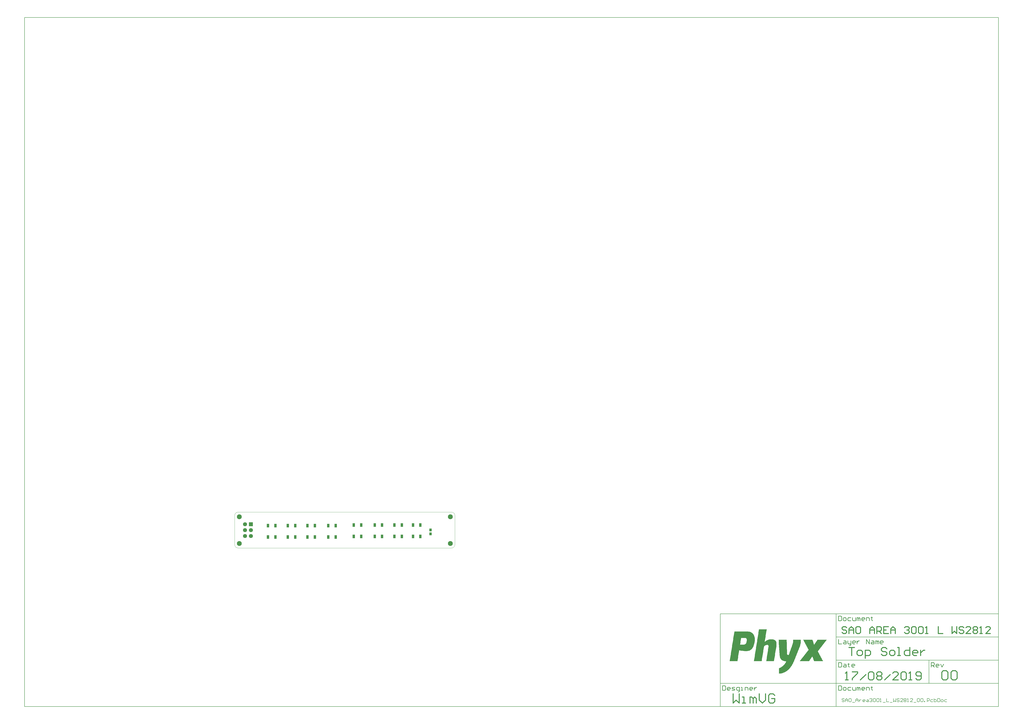
<source format=gts>
G04*
G04 #@! TF.GenerationSoftware,Altium Limited,Altium Designer,18.1.7 (191)*
G04*
G04 Layer_Color=8388736*
%FSLAX25Y25*%
%MOIN*%
G70*
G01*
G75*
%ADD10C,0.01575*%
%ADD12C,0.00787*%
%ADD15C,0.00394*%
%ADD16C,0.00984*%
%ADD19R,0.04331X0.04724*%
%ADD20R,0.04331X0.06299*%
%ADD21C,0.08268*%
%ADD22C,0.06890*%
%ADD23R,0.06890X0.06890*%
G36*
X1005337Y-155808D02*
X1005050D01*
Y-156094D01*
X1004764D01*
Y-156380D01*
Y-156667D01*
X1004478D01*
Y-156953D01*
X1004192D01*
Y-157239D01*
X1003905D01*
Y-157526D01*
Y-157812D01*
X1003619D01*
Y-158098D01*
X1003333D01*
Y-158385D01*
X1003046D01*
Y-158671D01*
X1002760D01*
Y-158957D01*
Y-159244D01*
X1002474D01*
Y-159530D01*
X1002187D01*
Y-159816D01*
X1001901D01*
Y-160102D01*
Y-160389D01*
X1001615D01*
Y-160675D01*
X1001328D01*
Y-160961D01*
X1001042D01*
Y-161248D01*
X1000756D01*
Y-161534D01*
Y-161820D01*
X1000469D01*
Y-162107D01*
X1000183D01*
Y-162393D01*
X999897D01*
Y-162679D01*
Y-162966D01*
X999611D01*
Y-163252D01*
X999324D01*
Y-163538D01*
X999038D01*
Y-163824D01*
Y-164111D01*
X998752D01*
Y-164397D01*
X998465D01*
Y-164683D01*
X998179D01*
Y-164970D01*
X997893D01*
Y-165256D01*
Y-165542D01*
X997606D01*
Y-165829D01*
X997320D01*
Y-166115D01*
X997034D01*
Y-166401D01*
Y-166688D01*
X996747D01*
Y-166974D01*
X996461D01*
Y-167260D01*
X996175D01*
Y-167547D01*
Y-167833D01*
X995889D01*
Y-168119D01*
X995602D01*
Y-168405D01*
X995316D01*
Y-168692D01*
X995030D01*
Y-168978D01*
Y-169264D01*
X994743D01*
Y-169551D01*
X994457D01*
Y-169837D01*
X994171D01*
Y-170123D01*
Y-170410D01*
X993884D01*
Y-170696D01*
X993598D01*
Y-170982D01*
X993312D01*
Y-171269D01*
Y-171555D01*
X993025D01*
Y-171841D01*
X992739D01*
Y-172127D01*
X992453D01*
Y-172414D01*
X992166D01*
Y-172700D01*
Y-172986D01*
X991880D01*
Y-173273D01*
X991594D01*
Y-173559D01*
X991308D01*
Y-173845D01*
Y-174132D01*
X991021D01*
Y-174418D01*
X990735D01*
Y-174704D01*
X990449D01*
Y-174991D01*
X990162D01*
Y-175277D01*
Y-175563D01*
X990449D01*
Y-175850D01*
Y-176136D01*
X990735D01*
Y-176422D01*
Y-176709D01*
X991021D01*
Y-176995D01*
X991308D01*
Y-177281D01*
Y-177568D01*
X991594D01*
Y-177854D01*
Y-178140D01*
X991880D01*
Y-178426D01*
Y-178713D01*
X992166D01*
Y-178999D01*
Y-179285D01*
X992453D01*
Y-179572D01*
Y-179858D01*
X992739D01*
Y-180144D01*
Y-180431D01*
X993025D01*
Y-180717D01*
Y-181003D01*
X993312D01*
Y-181290D01*
Y-181576D01*
X993598D01*
Y-181862D01*
X993884D01*
Y-182149D01*
Y-182435D01*
X994171D01*
Y-182721D01*
Y-183007D01*
X994457D01*
Y-183294D01*
Y-183580D01*
X994743D01*
Y-183866D01*
Y-184153D01*
X995030D01*
Y-184439D01*
Y-184725D01*
X995316D01*
Y-185012D01*
Y-185298D01*
X995602D01*
Y-185584D01*
Y-185871D01*
X995889D01*
Y-186157D01*
X996175D01*
Y-186443D01*
Y-186730D01*
X996461D01*
Y-187016D01*
Y-187302D01*
X996747D01*
Y-187588D01*
Y-187875D01*
X997034D01*
Y-188161D01*
Y-188447D01*
X997320D01*
Y-188734D01*
Y-189020D01*
X997606D01*
Y-189306D01*
Y-189593D01*
X997893D01*
Y-189879D01*
Y-190165D01*
X998179D01*
Y-190452D01*
X998465D01*
Y-190738D01*
Y-191024D01*
X998752D01*
Y-191311D01*
Y-191597D01*
X999038D01*
Y-191883D01*
X983863D01*
Y-191597D01*
X983577D01*
Y-191311D01*
Y-191024D01*
Y-190738D01*
X983291D01*
Y-190452D01*
Y-190165D01*
Y-189879D01*
X983004D01*
Y-189593D01*
Y-189306D01*
X982718D01*
Y-189020D01*
Y-188734D01*
Y-188447D01*
X982432D01*
Y-188161D01*
Y-187875D01*
Y-187588D01*
X982146D01*
Y-187302D01*
Y-187016D01*
X981859D01*
Y-186730D01*
Y-186443D01*
Y-186157D01*
X981573D01*
Y-185871D01*
Y-185584D01*
Y-185298D01*
X981287D01*
Y-185012D01*
Y-184725D01*
Y-184439D01*
X981000D01*
Y-184153D01*
X980428D01*
Y-184439D01*
Y-184725D01*
X980141D01*
Y-185012D01*
X979855D01*
Y-185298D01*
Y-185584D01*
X979569D01*
Y-185871D01*
X979282D01*
Y-186157D01*
Y-186443D01*
X978996D01*
Y-186730D01*
X978710D01*
Y-187016D01*
Y-187302D01*
X978423D01*
Y-187588D01*
X978137D01*
Y-187875D01*
X977851D01*
Y-188161D01*
Y-188447D01*
X977565D01*
Y-188734D01*
X977278D01*
Y-189020D01*
Y-189306D01*
X976992D01*
Y-189593D01*
X976705D01*
Y-189879D01*
Y-190165D01*
X976419D01*
Y-190452D01*
X976133D01*
Y-190738D01*
Y-191024D01*
X975847D01*
Y-191311D01*
X975560D01*
Y-191597D01*
Y-191883D01*
X959527D01*
Y-191597D01*
X959813D01*
Y-191311D01*
X960099D01*
Y-191024D01*
X960386D01*
Y-190738D01*
X960672D01*
Y-190452D01*
Y-190165D01*
X960958D01*
Y-189879D01*
X961245D01*
Y-189593D01*
X961531D01*
Y-189306D01*
X961817D01*
Y-189020D01*
Y-188734D01*
X962104D01*
Y-188447D01*
X962390D01*
Y-188161D01*
X962676D01*
Y-187875D01*
Y-187588D01*
X962963D01*
Y-187302D01*
X963249D01*
Y-187016D01*
X963535D01*
Y-186730D01*
X963822D01*
Y-186443D01*
Y-186157D01*
X964108D01*
Y-185871D01*
X964394D01*
Y-185584D01*
X964680D01*
Y-185298D01*
X964967D01*
Y-185012D01*
Y-184725D01*
X965253D01*
Y-184439D01*
X965539D01*
Y-184153D01*
X965826D01*
Y-183866D01*
Y-183580D01*
X966112D01*
Y-183294D01*
X966398D01*
Y-183007D01*
X966685D01*
Y-182721D01*
X966971D01*
Y-182435D01*
Y-182149D01*
X967257D01*
Y-181862D01*
X967544D01*
Y-181576D01*
X967830D01*
Y-181290D01*
Y-181003D01*
X968116D01*
Y-180717D01*
X968402D01*
Y-180431D01*
X968689D01*
Y-180144D01*
X968975D01*
Y-179858D01*
Y-179572D01*
X969261D01*
Y-179285D01*
X969548D01*
Y-178999D01*
X969834D01*
Y-178713D01*
Y-178426D01*
X970120D01*
Y-178140D01*
X970407D01*
Y-177854D01*
X970693D01*
Y-177568D01*
X970979D01*
Y-177281D01*
Y-176995D01*
X971266D01*
Y-176709D01*
X971552D01*
Y-176422D01*
X971838D01*
Y-176136D01*
X972124D01*
Y-175850D01*
Y-175563D01*
X972411D01*
Y-175277D01*
X972697D01*
Y-174991D01*
X972983D01*
Y-174704D01*
Y-174418D01*
X973270D01*
Y-174132D01*
X973556D01*
Y-173845D01*
X973842D01*
Y-173559D01*
X974129D01*
Y-173273D01*
Y-172986D01*
X974415D01*
Y-172700D01*
Y-172414D01*
Y-172127D01*
X974129D01*
Y-171841D01*
X973842D01*
Y-171555D01*
Y-171269D01*
X973556D01*
Y-170982D01*
Y-170696D01*
X973270D01*
Y-170410D01*
Y-170123D01*
X972983D01*
Y-169837D01*
Y-169551D01*
X972697D01*
Y-169264D01*
Y-168978D01*
X972411D01*
Y-168692D01*
Y-168405D01*
X972124D01*
Y-168119D01*
X971838D01*
Y-167833D01*
Y-167547D01*
X971552D01*
Y-167260D01*
Y-166974D01*
X971266D01*
Y-166688D01*
Y-166401D01*
X970979D01*
Y-166115D01*
Y-165829D01*
X970693D01*
Y-165542D01*
Y-165256D01*
X970407D01*
Y-164970D01*
Y-164683D01*
X970120D01*
Y-164397D01*
X969834D01*
Y-164111D01*
Y-163824D01*
X969548D01*
Y-163538D01*
Y-163252D01*
X969261D01*
Y-162966D01*
Y-162679D01*
X968975D01*
Y-162393D01*
Y-162107D01*
X968689D01*
Y-161820D01*
Y-161534D01*
X968402D01*
Y-161248D01*
Y-160961D01*
X968116D01*
Y-160675D01*
Y-160389D01*
X967830D01*
Y-160102D01*
X967544D01*
Y-159816D01*
Y-159530D01*
X967257D01*
Y-159244D01*
Y-158957D01*
X966971D01*
Y-158671D01*
Y-158385D01*
X966685D01*
Y-158098D01*
Y-157812D01*
X966398D01*
Y-157526D01*
Y-157239D01*
X966112D01*
Y-156953D01*
Y-156667D01*
X965826D01*
Y-156380D01*
X965539D01*
Y-156094D01*
Y-155808D01*
X965253D01*
Y-155521D01*
X981000D01*
Y-155808D01*
X981287D01*
Y-156094D01*
Y-156380D01*
Y-156667D01*
X981573D01*
Y-156953D01*
Y-157239D01*
Y-157526D01*
X981859D01*
Y-157812D01*
Y-158098D01*
Y-158385D01*
X982146D01*
Y-158671D01*
Y-158957D01*
Y-159244D01*
X982432D01*
Y-159530D01*
Y-159816D01*
Y-160102D01*
X982718D01*
Y-160389D01*
Y-160675D01*
Y-160961D01*
X983004D01*
Y-161248D01*
Y-161534D01*
Y-161820D01*
X983291D01*
Y-162107D01*
Y-162393D01*
Y-162679D01*
X983577D01*
Y-162966D01*
Y-163252D01*
Y-163538D01*
Y-163824D01*
X984150D01*
Y-163538D01*
X984436D01*
Y-163252D01*
X984722D01*
Y-162966D01*
Y-162679D01*
X985009D01*
Y-162393D01*
X985295D01*
Y-162107D01*
Y-161820D01*
X985581D01*
Y-161534D01*
X985868D01*
Y-161248D01*
Y-160961D01*
X986154D01*
Y-160675D01*
X986440D01*
Y-160389D01*
Y-160102D01*
X986726D01*
Y-159816D01*
X987013D01*
Y-159530D01*
Y-159244D01*
X987299D01*
Y-158957D01*
X987585D01*
Y-158671D01*
Y-158385D01*
X987872D01*
Y-158098D01*
X988158D01*
Y-157812D01*
Y-157526D01*
X988444D01*
Y-157239D01*
X988731D01*
Y-156953D01*
Y-156667D01*
X989017D01*
Y-156380D01*
X989303D01*
Y-156094D01*
Y-155808D01*
X989590D01*
Y-155521D01*
X1005337D01*
Y-155808D01*
D02*
G37*
G36*
X872201Y-141778D02*
X873919D01*
Y-142065D01*
X874778D01*
Y-142351D01*
X875637D01*
Y-142637D01*
X876496D01*
Y-142924D01*
X877069D01*
Y-143210D01*
X877355D01*
Y-143496D01*
X877928D01*
Y-143783D01*
X878214D01*
Y-144069D01*
X878786D01*
Y-144355D01*
X879073D01*
Y-144641D01*
X879359D01*
Y-144928D01*
X879646D01*
Y-145214D01*
X879932D01*
Y-145501D01*
X880218D01*
Y-145787D01*
X880504D01*
Y-146073D01*
Y-146359D01*
X880791D01*
Y-146646D01*
X881077D01*
Y-146932D01*
Y-147218D01*
X881363D01*
Y-147505D01*
X881650D01*
Y-147791D01*
Y-148077D01*
X881936D01*
Y-148364D01*
Y-148650D01*
Y-148936D01*
X882222D01*
Y-149223D01*
Y-149509D01*
Y-149795D01*
X882509D01*
Y-150082D01*
Y-150368D01*
Y-150654D01*
Y-150940D01*
X882795D01*
Y-151227D01*
Y-151513D01*
Y-151799D01*
Y-152086D01*
Y-152372D01*
X883081D01*
Y-152658D01*
Y-152945D01*
Y-153231D01*
Y-153517D01*
Y-153804D01*
Y-154090D01*
Y-154376D01*
Y-154663D01*
Y-154949D01*
Y-155235D01*
Y-155521D01*
Y-155808D01*
Y-156094D01*
Y-156380D01*
Y-156667D01*
Y-156953D01*
Y-157239D01*
Y-157526D01*
Y-157812D01*
Y-158098D01*
X882795D01*
Y-158385D01*
Y-158671D01*
Y-158957D01*
Y-159244D01*
Y-159530D01*
Y-159816D01*
Y-160102D01*
X882509D01*
Y-160389D01*
Y-160675D01*
Y-160961D01*
Y-161248D01*
Y-161534D01*
X882222D01*
Y-161820D01*
Y-162107D01*
Y-162393D01*
Y-162679D01*
Y-162966D01*
X881936D01*
Y-163252D01*
Y-163538D01*
Y-163824D01*
X881650D01*
Y-164111D01*
Y-164397D01*
Y-164683D01*
Y-164970D01*
X881363D01*
Y-165256D01*
Y-165542D01*
Y-165829D01*
X881077D01*
Y-166115D01*
Y-166401D01*
X880791D01*
Y-166688D01*
Y-166974D01*
Y-167260D01*
X880504D01*
Y-167547D01*
Y-167833D01*
X880218D01*
Y-168119D01*
Y-168405D01*
X879932D01*
Y-168692D01*
Y-168978D01*
X879646D01*
Y-169264D01*
X879359D01*
Y-169551D01*
Y-169837D01*
X879073D01*
Y-170123D01*
X878786D01*
Y-170410D01*
X878500D01*
Y-170696D01*
Y-170982D01*
X878214D01*
Y-171269D01*
X877928D01*
Y-171555D01*
X877641D01*
Y-171841D01*
X877355D01*
Y-172127D01*
X877069D01*
Y-172414D01*
X876496D01*
Y-172700D01*
X876210D01*
Y-172986D01*
X875637D01*
Y-173273D01*
X875351D01*
Y-173559D01*
X874778D01*
Y-173845D01*
X873919D01*
Y-174132D01*
X873060D01*
Y-174418D01*
X872201D01*
Y-174704D01*
X870483D01*
Y-174991D01*
X865330D01*
Y-174704D01*
X862753D01*
Y-174418D01*
X860749D01*
Y-174132D01*
X859317D01*
Y-173845D01*
X857886D01*
Y-173559D01*
X856454D01*
Y-173845D01*
Y-174132D01*
Y-174418D01*
Y-174704D01*
Y-174991D01*
Y-175277D01*
Y-175563D01*
X856168D01*
Y-175850D01*
Y-176136D01*
Y-176422D01*
Y-176709D01*
Y-176995D01*
Y-177281D01*
X855882D01*
Y-177568D01*
Y-177854D01*
Y-178140D01*
Y-178426D01*
Y-178713D01*
Y-178999D01*
X855595D01*
Y-179285D01*
Y-179572D01*
Y-179858D01*
Y-180144D01*
Y-180431D01*
Y-180717D01*
Y-181003D01*
X855309D01*
Y-181290D01*
Y-181576D01*
Y-181862D01*
Y-182149D01*
Y-182435D01*
Y-182721D01*
X855023D01*
Y-183007D01*
Y-183294D01*
Y-183580D01*
Y-183866D01*
Y-184153D01*
Y-184439D01*
X854736D01*
Y-184725D01*
Y-185012D01*
Y-185298D01*
Y-185584D01*
Y-185871D01*
Y-186157D01*
Y-186443D01*
X854450D01*
Y-186730D01*
Y-187016D01*
Y-187302D01*
Y-187588D01*
Y-187875D01*
Y-188161D01*
X854164D01*
Y-188447D01*
Y-188734D01*
Y-189020D01*
Y-189306D01*
Y-189593D01*
Y-189879D01*
X853877D01*
Y-190165D01*
Y-190452D01*
Y-190738D01*
Y-191024D01*
Y-191311D01*
Y-191597D01*
Y-191883D01*
X840421D01*
Y-191597D01*
X840707D01*
Y-191311D01*
Y-191024D01*
Y-190738D01*
Y-190452D01*
Y-190165D01*
X840993D01*
Y-189879D01*
Y-189593D01*
Y-189306D01*
Y-189020D01*
Y-188734D01*
Y-188447D01*
Y-188161D01*
X841280D01*
Y-187875D01*
Y-187588D01*
Y-187302D01*
Y-187016D01*
Y-186730D01*
Y-186443D01*
X841566D01*
Y-186157D01*
Y-185871D01*
Y-185584D01*
Y-185298D01*
Y-185012D01*
Y-184725D01*
X841852D01*
Y-184439D01*
Y-184153D01*
Y-183866D01*
Y-183580D01*
Y-183294D01*
Y-183007D01*
Y-182721D01*
X842138D01*
Y-182435D01*
Y-182149D01*
Y-181862D01*
Y-181576D01*
Y-181290D01*
Y-181003D01*
X842425D01*
Y-180717D01*
Y-180431D01*
Y-180144D01*
Y-179858D01*
Y-179572D01*
Y-179285D01*
X842711D01*
Y-178999D01*
Y-178713D01*
Y-178426D01*
Y-178140D01*
Y-177854D01*
Y-177568D01*
X842997D01*
Y-177281D01*
Y-176995D01*
Y-176709D01*
Y-176422D01*
Y-176136D01*
Y-175850D01*
Y-175563D01*
X843284D01*
Y-175277D01*
Y-174991D01*
Y-174704D01*
Y-174418D01*
Y-174132D01*
Y-173845D01*
X843570D01*
Y-173559D01*
Y-173273D01*
Y-172986D01*
Y-172700D01*
Y-172414D01*
Y-172127D01*
X843856D01*
Y-171841D01*
Y-171555D01*
Y-171269D01*
Y-170982D01*
Y-170696D01*
Y-170410D01*
X844143D01*
Y-170123D01*
Y-169837D01*
Y-169551D01*
Y-169264D01*
Y-168978D01*
Y-168692D01*
Y-168405D01*
X844429D01*
Y-168119D01*
Y-167833D01*
Y-167547D01*
Y-167260D01*
Y-166974D01*
Y-166688D01*
X844715D01*
Y-166401D01*
Y-166115D01*
Y-165829D01*
Y-165542D01*
Y-165256D01*
Y-164970D01*
X845002D01*
Y-164683D01*
Y-164397D01*
Y-164111D01*
Y-163824D01*
Y-163538D01*
Y-163252D01*
Y-162966D01*
X845288D01*
Y-162679D01*
Y-162393D01*
Y-162107D01*
Y-161820D01*
Y-161534D01*
Y-161248D01*
X845574D01*
Y-160961D01*
Y-160675D01*
Y-160389D01*
Y-160102D01*
Y-159816D01*
Y-159530D01*
X845861D01*
Y-159244D01*
Y-158957D01*
Y-158671D01*
Y-158385D01*
Y-158098D01*
Y-157812D01*
X846147D01*
Y-157526D01*
Y-157239D01*
Y-156953D01*
Y-156667D01*
Y-156380D01*
Y-156094D01*
Y-155808D01*
X846433D01*
Y-155521D01*
Y-155235D01*
Y-154949D01*
Y-154663D01*
Y-154376D01*
Y-154090D01*
X846719D01*
Y-153804D01*
Y-153517D01*
Y-153231D01*
Y-152945D01*
Y-152658D01*
Y-152372D01*
X847006D01*
Y-152086D01*
Y-151799D01*
Y-151513D01*
Y-151227D01*
Y-150940D01*
Y-150654D01*
Y-150368D01*
X847292D01*
Y-150082D01*
Y-149795D01*
Y-149509D01*
Y-149223D01*
Y-148936D01*
Y-148650D01*
X847578D01*
Y-148364D01*
Y-148077D01*
Y-147791D01*
Y-147505D01*
Y-147218D01*
Y-146932D01*
X847865D01*
Y-146646D01*
Y-146359D01*
Y-146073D01*
Y-145787D01*
Y-145501D01*
Y-145214D01*
Y-144928D01*
X848151D01*
Y-144641D01*
Y-144355D01*
Y-144069D01*
Y-143783D01*
Y-143496D01*
Y-143210D01*
X848437D01*
Y-142924D01*
Y-142637D01*
Y-142351D01*
Y-142065D01*
Y-141778D01*
Y-141492D01*
X872201D01*
Y-141778D01*
D02*
G37*
G36*
X961245Y-155808D02*
Y-156094D01*
Y-156380D01*
Y-156667D01*
Y-156953D01*
Y-157239D01*
Y-157526D01*
Y-157812D01*
Y-158098D01*
Y-158385D01*
Y-158671D01*
Y-158957D01*
Y-159244D01*
Y-159530D01*
Y-159816D01*
Y-160102D01*
Y-160389D01*
Y-160675D01*
Y-160961D01*
Y-161248D01*
Y-161534D01*
X960958D01*
Y-161820D01*
Y-162107D01*
Y-162393D01*
Y-162679D01*
Y-162966D01*
X960672D01*
Y-163252D01*
Y-163538D01*
Y-163824D01*
Y-164111D01*
X960386D01*
Y-164397D01*
Y-164683D01*
Y-164970D01*
Y-165256D01*
X960099D01*
Y-165542D01*
Y-165829D01*
Y-166115D01*
X959813D01*
Y-166401D01*
Y-166688D01*
Y-166974D01*
X959527D01*
Y-167260D01*
Y-167547D01*
Y-167833D01*
X959241D01*
Y-168119D01*
Y-168405D01*
Y-168692D01*
X958954D01*
Y-168978D01*
Y-169264D01*
X958668D01*
Y-169551D01*
Y-169837D01*
X958381D01*
Y-170123D01*
Y-170410D01*
Y-170696D01*
X958095D01*
Y-170982D01*
Y-171269D01*
X957809D01*
Y-171555D01*
Y-171841D01*
Y-172127D01*
X957523D01*
Y-172414D01*
Y-172700D01*
X957236D01*
Y-172986D01*
Y-173273D01*
Y-173559D01*
X956950D01*
Y-173845D01*
Y-174132D01*
X956664D01*
Y-174418D01*
Y-174704D01*
Y-174991D01*
X956377D01*
Y-175277D01*
Y-175563D01*
X956091D01*
Y-175850D01*
Y-176136D01*
Y-176422D01*
X955805D01*
Y-176709D01*
Y-176995D01*
X955518D01*
Y-177281D01*
Y-177568D01*
Y-177854D01*
X955232D01*
Y-178140D01*
Y-178426D01*
X954946D01*
Y-178713D01*
Y-178999D01*
Y-179285D01*
X954659D01*
Y-179572D01*
Y-179858D01*
X954373D01*
Y-180144D01*
Y-180431D01*
Y-180717D01*
X954087D01*
Y-181003D01*
Y-181290D01*
X953800D01*
Y-181576D01*
Y-181862D01*
Y-182149D01*
X953514D01*
Y-182435D01*
Y-182721D01*
X953228D01*
Y-183007D01*
Y-183294D01*
Y-183580D01*
X952942D01*
Y-183866D01*
Y-184153D01*
X952655D01*
Y-184439D01*
Y-184725D01*
Y-185012D01*
X952369D01*
Y-185298D01*
Y-185584D01*
X952083D01*
Y-185871D01*
Y-186157D01*
Y-186443D01*
X951796D01*
Y-186730D01*
Y-187016D01*
X951510D01*
Y-187302D01*
Y-187588D01*
Y-187875D01*
X951224D01*
Y-188161D01*
Y-188447D01*
X950937D01*
Y-188734D01*
Y-189020D01*
Y-189306D01*
X950651D01*
Y-189593D01*
Y-189879D01*
X950365D01*
Y-190165D01*
Y-190452D01*
Y-190738D01*
X950078D01*
Y-191024D01*
Y-191311D01*
X949792D01*
Y-191597D01*
Y-191883D01*
Y-192169D01*
X949506D01*
Y-192456D01*
Y-192742D01*
X949220D01*
Y-193028D01*
Y-193315D01*
X948933D01*
Y-193601D01*
Y-193887D01*
X948647D01*
Y-194174D01*
Y-194460D01*
Y-194746D01*
X948361D01*
Y-195033D01*
X948074D01*
Y-195319D01*
Y-195605D01*
Y-195891D01*
X947788D01*
Y-196178D01*
X947502D01*
Y-196464D01*
Y-196750D01*
X947215D01*
Y-197037D01*
Y-197323D01*
X946929D01*
Y-197609D01*
Y-197896D01*
X946643D01*
Y-198182D01*
Y-198468D01*
X946356D01*
Y-198755D01*
X946070D01*
Y-199041D01*
Y-199327D01*
X945784D01*
Y-199614D01*
Y-199900D01*
X945497D01*
Y-200186D01*
X945211D01*
Y-200472D01*
X944925D01*
Y-200759D01*
Y-201045D01*
X944639D01*
Y-201331D01*
X944352D01*
Y-201618D01*
Y-201904D01*
X944066D01*
Y-202190D01*
X943780D01*
Y-202477D01*
X943493D01*
Y-202763D01*
Y-203049D01*
X943207D01*
Y-203336D01*
X942921D01*
Y-203622D01*
X942634D01*
Y-203908D01*
X942348D01*
Y-204195D01*
X942062D01*
Y-204481D01*
Y-204767D01*
X941775D01*
Y-205053D01*
X941489D01*
Y-205340D01*
X941203D01*
Y-205626D01*
X940916D01*
Y-205912D01*
X940630D01*
Y-206199D01*
X940344D01*
Y-206485D01*
X940057D01*
Y-206771D01*
X939485D01*
Y-207058D01*
X939199D01*
Y-207344D01*
X938912D01*
Y-207630D01*
X938626D01*
Y-207917D01*
X938340D01*
Y-208203D01*
X937767D01*
Y-208489D01*
X937481D01*
Y-208776D01*
X936908D01*
Y-209062D01*
X936622D01*
Y-209348D01*
X936049D01*
Y-209634D01*
X935763D01*
Y-209921D01*
X935190D01*
Y-210207D01*
X934618D01*
Y-210493D01*
X934045D01*
Y-210780D01*
X933472D01*
Y-211066D01*
X932900D01*
Y-211352D01*
X932041D01*
Y-211639D01*
X931468D01*
Y-211925D01*
X930609D01*
Y-212211D01*
X929464D01*
Y-212498D01*
X928319D01*
Y-212784D01*
X926601D01*
Y-213070D01*
X924597D01*
Y-213357D01*
X924310D01*
Y-213070D01*
Y-212784D01*
Y-212498D01*
Y-212211D01*
Y-211925D01*
Y-211639D01*
Y-211352D01*
Y-211066D01*
Y-210780D01*
Y-210493D01*
Y-210207D01*
Y-209921D01*
Y-209634D01*
Y-209348D01*
Y-209062D01*
Y-208776D01*
Y-208489D01*
Y-208203D01*
Y-207917D01*
Y-207630D01*
Y-207344D01*
Y-207058D01*
Y-206771D01*
Y-206485D01*
Y-206199D01*
Y-205912D01*
Y-205626D01*
Y-205340D01*
Y-205053D01*
Y-204767D01*
Y-204481D01*
Y-204195D01*
Y-203908D01*
X924883D01*
Y-203622D01*
X925455D01*
Y-203336D01*
X926028D01*
Y-203049D01*
X926601D01*
Y-202763D01*
X927173D01*
Y-202477D01*
X927746D01*
Y-202190D01*
X928032D01*
Y-201904D01*
X928605D01*
Y-201618D01*
X928891D01*
Y-201331D01*
X929464D01*
Y-201045D01*
X929750D01*
Y-200759D01*
X930037D01*
Y-200472D01*
X930609D01*
Y-200186D01*
X930896D01*
Y-199900D01*
X931182D01*
Y-199614D01*
X931468D01*
Y-199327D01*
X931754D01*
Y-199041D01*
X932041D01*
Y-198755D01*
X932327D01*
Y-198468D01*
X932613D01*
Y-198182D01*
X932900D01*
Y-197896D01*
X933186D01*
Y-197609D01*
X933472D01*
Y-197323D01*
X933759D01*
Y-197037D01*
Y-196750D01*
X934045D01*
Y-196464D01*
X934331D01*
Y-196178D01*
X934618D01*
Y-195891D01*
Y-195605D01*
X934904D01*
Y-195319D01*
X935190D01*
Y-195033D01*
Y-194746D01*
X935476D01*
Y-194460D01*
Y-194174D01*
X935763D01*
Y-193887D01*
X936049D01*
Y-193601D01*
Y-193315D01*
X936335D01*
Y-193028D01*
Y-192742D01*
X936622D01*
Y-192456D01*
Y-192169D01*
X934904D01*
Y-191883D01*
X932900D01*
Y-191597D01*
X931754D01*
Y-191311D01*
X931182D01*
Y-191024D01*
X930323D01*
Y-190738D01*
X929750D01*
Y-190452D01*
X929464D01*
Y-190165D01*
X928891D01*
Y-189879D01*
X928605D01*
Y-189593D01*
X928319D01*
Y-189306D01*
X928032D01*
Y-189020D01*
X927746D01*
Y-188734D01*
X927460D01*
Y-188447D01*
Y-188161D01*
X927173D01*
Y-187875D01*
X926887D01*
Y-187588D01*
Y-187302D01*
X926601D01*
Y-187016D01*
Y-186730D01*
X926315D01*
Y-186443D01*
Y-186157D01*
X926028D01*
Y-185871D01*
Y-185584D01*
Y-185298D01*
X925742D01*
Y-185012D01*
Y-184725D01*
Y-184439D01*
Y-184153D01*
X925455D01*
Y-183866D01*
Y-183580D01*
Y-183294D01*
Y-183007D01*
Y-182721D01*
Y-182435D01*
Y-182149D01*
X925169D01*
Y-181862D01*
Y-181576D01*
Y-181290D01*
Y-181003D01*
Y-180717D01*
Y-180431D01*
Y-180144D01*
Y-179858D01*
Y-179572D01*
Y-179285D01*
Y-178999D01*
Y-178713D01*
Y-178426D01*
Y-178140D01*
Y-177854D01*
X924883D01*
Y-177568D01*
Y-177281D01*
Y-176995D01*
Y-176709D01*
Y-176422D01*
Y-176136D01*
Y-175850D01*
Y-175563D01*
Y-175277D01*
Y-174991D01*
Y-174704D01*
Y-174418D01*
Y-174132D01*
Y-173845D01*
Y-173559D01*
X924597D01*
Y-173273D01*
Y-172986D01*
Y-172700D01*
Y-172414D01*
Y-172127D01*
Y-171841D01*
Y-171555D01*
Y-171269D01*
Y-170982D01*
Y-170696D01*
Y-170410D01*
Y-170123D01*
Y-169837D01*
Y-169551D01*
Y-169264D01*
Y-168978D01*
X924310D01*
Y-168692D01*
Y-168405D01*
Y-168119D01*
Y-167833D01*
Y-167547D01*
Y-167260D01*
Y-166974D01*
Y-166688D01*
Y-166401D01*
Y-166115D01*
Y-165829D01*
Y-165542D01*
Y-165256D01*
Y-164970D01*
Y-164683D01*
Y-164397D01*
X924024D01*
Y-164111D01*
Y-163824D01*
Y-163538D01*
Y-163252D01*
Y-162966D01*
Y-162679D01*
Y-162393D01*
Y-162107D01*
Y-161820D01*
Y-161534D01*
Y-161248D01*
Y-160961D01*
Y-160675D01*
Y-160389D01*
X923738D01*
Y-160102D01*
Y-159816D01*
Y-159530D01*
Y-159244D01*
Y-158957D01*
Y-158671D01*
Y-158385D01*
Y-158098D01*
Y-157812D01*
Y-157526D01*
Y-157239D01*
Y-156953D01*
Y-156667D01*
Y-156380D01*
Y-156094D01*
Y-155808D01*
X923451D01*
Y-155521D01*
X937194D01*
Y-155808D01*
Y-156094D01*
Y-156380D01*
Y-156667D01*
Y-156953D01*
Y-157239D01*
Y-157526D01*
Y-157812D01*
Y-158098D01*
Y-158385D01*
Y-158671D01*
Y-158957D01*
Y-159244D01*
Y-159530D01*
X937481D01*
Y-159816D01*
Y-160102D01*
Y-160389D01*
Y-160675D01*
Y-160961D01*
Y-161248D01*
Y-161534D01*
Y-161820D01*
Y-162107D01*
Y-162393D01*
Y-162679D01*
Y-162966D01*
Y-163252D01*
Y-163538D01*
Y-163824D01*
Y-164111D01*
Y-164397D01*
Y-164683D01*
Y-164970D01*
Y-165256D01*
Y-165542D01*
Y-165829D01*
Y-166115D01*
Y-166401D01*
Y-166688D01*
Y-166974D01*
Y-167260D01*
Y-167547D01*
Y-167833D01*
Y-168119D01*
Y-168405D01*
Y-168692D01*
Y-168978D01*
Y-169264D01*
Y-169551D01*
Y-169837D01*
Y-170123D01*
Y-170410D01*
Y-170696D01*
Y-170982D01*
Y-171269D01*
X937767D01*
Y-171555D01*
X937481D01*
Y-171841D01*
Y-172127D01*
X937767D01*
Y-172414D01*
Y-172700D01*
Y-172986D01*
Y-173273D01*
Y-173559D01*
Y-173845D01*
Y-174132D01*
Y-174418D01*
Y-174704D01*
Y-174991D01*
Y-175277D01*
Y-175563D01*
Y-175850D01*
Y-176136D01*
Y-176422D01*
Y-176709D01*
Y-176995D01*
Y-177281D01*
Y-177568D01*
Y-177854D01*
Y-178140D01*
Y-178426D01*
Y-178713D01*
Y-178999D01*
Y-179285D01*
Y-179572D01*
X938053D01*
Y-179858D01*
Y-180144D01*
Y-180431D01*
X938340D01*
Y-180717D01*
X938626D01*
Y-181003D01*
X938912D01*
Y-181290D01*
X939771D01*
Y-181576D01*
X940630D01*
Y-181290D01*
X940916D01*
Y-181003D01*
Y-180717D01*
Y-180431D01*
X941203D01*
Y-180144D01*
Y-179858D01*
X941489D01*
Y-179572D01*
Y-179285D01*
Y-178999D01*
X941775D01*
Y-178713D01*
Y-178426D01*
Y-178140D01*
X942062D01*
Y-177854D01*
Y-177568D01*
Y-177281D01*
X942348D01*
Y-176995D01*
Y-176709D01*
Y-176422D01*
X942634D01*
Y-176136D01*
Y-175850D01*
X942921D01*
Y-175563D01*
Y-175277D01*
Y-174991D01*
X943207D01*
Y-174704D01*
Y-174418D01*
Y-174132D01*
X943493D01*
Y-173845D01*
Y-173559D01*
Y-173273D01*
X943780D01*
Y-172986D01*
Y-172700D01*
X944066D01*
Y-172414D01*
Y-172127D01*
Y-171841D01*
X944352D01*
Y-171555D01*
Y-171269D01*
Y-170982D01*
X944639D01*
Y-170696D01*
Y-170410D01*
Y-170123D01*
X944925D01*
Y-169837D01*
Y-169551D01*
X945211D01*
Y-169264D01*
Y-168978D01*
Y-168692D01*
X945497D01*
Y-168405D01*
Y-168119D01*
Y-167833D01*
X945784D01*
Y-167547D01*
Y-167260D01*
Y-166974D01*
X946070D01*
Y-166688D01*
Y-166401D01*
X946356D01*
Y-166115D01*
Y-165829D01*
Y-165542D01*
X946643D01*
Y-165256D01*
Y-164970D01*
Y-164683D01*
X946929D01*
Y-164397D01*
Y-164111D01*
Y-163824D01*
X947215D01*
Y-163538D01*
Y-163252D01*
Y-162966D01*
Y-162679D01*
X947502D01*
Y-162393D01*
Y-162107D01*
Y-161820D01*
Y-161534D01*
X947788D01*
Y-161248D01*
Y-160961D01*
Y-160675D01*
Y-160389D01*
Y-160102D01*
X948074D01*
Y-159816D01*
Y-159530D01*
Y-159244D01*
Y-158957D01*
Y-158671D01*
Y-158385D01*
X948361D01*
Y-158098D01*
Y-157812D01*
Y-157526D01*
Y-157239D01*
Y-156953D01*
Y-156667D01*
Y-156380D01*
Y-156094D01*
Y-155808D01*
Y-155521D01*
X961245D01*
Y-155808D01*
D02*
G37*
G36*
X903409Y-138343D02*
Y-138629D01*
X903123D01*
Y-138915D01*
Y-139202D01*
Y-139488D01*
Y-139774D01*
Y-140060D01*
Y-140347D01*
X902837D01*
Y-140633D01*
Y-140919D01*
Y-141206D01*
Y-141492D01*
Y-141778D01*
Y-142065D01*
X902551D01*
Y-142351D01*
Y-142637D01*
Y-142924D01*
Y-143210D01*
Y-143496D01*
Y-143783D01*
Y-144069D01*
X902264D01*
Y-144355D01*
Y-144641D01*
Y-144928D01*
Y-145214D01*
Y-145501D01*
Y-145787D01*
X901978D01*
Y-146073D01*
Y-146359D01*
Y-146646D01*
Y-146932D01*
Y-147218D01*
Y-147505D01*
X901692D01*
Y-147791D01*
Y-148077D01*
Y-148364D01*
Y-148650D01*
Y-148936D01*
Y-149223D01*
Y-149509D01*
X901405D01*
Y-149795D01*
Y-150082D01*
Y-150368D01*
Y-150654D01*
Y-150940D01*
Y-151227D01*
X901119D01*
Y-151513D01*
Y-151799D01*
Y-152086D01*
Y-152372D01*
Y-152658D01*
Y-152945D01*
X900833D01*
Y-153231D01*
Y-153517D01*
Y-153804D01*
Y-154090D01*
Y-154376D01*
Y-154663D01*
X900546D01*
Y-154949D01*
Y-155235D01*
Y-155521D01*
Y-155808D01*
Y-156094D01*
Y-156380D01*
Y-156667D01*
X900260D01*
Y-156953D01*
Y-157239D01*
Y-157526D01*
Y-157812D01*
Y-158098D01*
Y-158385D01*
X899974D01*
Y-158671D01*
Y-158957D01*
X900546D01*
Y-158671D01*
X900833D01*
Y-158385D01*
X901119D01*
Y-158098D01*
X901692D01*
Y-157812D01*
X901978D01*
Y-157526D01*
X902264D01*
Y-157239D01*
X902837D01*
Y-156953D01*
X903409D01*
Y-156667D01*
X903696D01*
Y-156380D01*
X904268D01*
Y-156094D01*
X905127D01*
Y-155808D01*
X905700D01*
Y-155521D01*
X906559D01*
Y-155235D01*
X907990D01*
Y-154949D01*
X914289D01*
Y-155235D01*
X915435D01*
Y-155521D01*
X916294D01*
Y-155808D01*
X916866D01*
Y-156094D01*
X917153D01*
Y-156380D01*
X917725D01*
Y-156667D01*
X918011D01*
Y-156953D01*
X918298D01*
Y-157239D01*
X918584D01*
Y-157526D01*
X918870D01*
Y-157812D01*
Y-158098D01*
X919157D01*
Y-158385D01*
Y-158671D01*
X919443D01*
Y-158957D01*
Y-159244D01*
Y-159530D01*
X919729D01*
Y-159816D01*
Y-160102D01*
Y-160389D01*
Y-160675D01*
X920016D01*
Y-160961D01*
Y-161248D01*
Y-161534D01*
Y-161820D01*
Y-162107D01*
Y-162393D01*
Y-162679D01*
Y-162966D01*
Y-163252D01*
Y-163538D01*
Y-163824D01*
Y-164111D01*
Y-164397D01*
Y-164683D01*
Y-164970D01*
Y-165256D01*
Y-165542D01*
Y-165829D01*
X919729D01*
Y-166115D01*
Y-166401D01*
Y-166688D01*
Y-166974D01*
Y-167260D01*
Y-167547D01*
Y-167833D01*
X919443D01*
Y-168119D01*
Y-168405D01*
Y-168692D01*
Y-168978D01*
Y-169264D01*
Y-169551D01*
Y-169837D01*
X919157D01*
Y-170123D01*
Y-170410D01*
Y-170696D01*
Y-170982D01*
Y-171269D01*
Y-171555D01*
X918870D01*
Y-171841D01*
Y-172127D01*
Y-172414D01*
Y-172700D01*
Y-172986D01*
Y-173273D01*
X918584D01*
Y-173559D01*
Y-173845D01*
Y-174132D01*
Y-174418D01*
Y-174704D01*
Y-174991D01*
X918298D01*
Y-175277D01*
Y-175563D01*
Y-175850D01*
Y-176136D01*
Y-176422D01*
Y-176709D01*
Y-176995D01*
X918011D01*
Y-177281D01*
Y-177568D01*
Y-177854D01*
Y-178140D01*
Y-178426D01*
Y-178713D01*
X917725D01*
Y-178999D01*
Y-179285D01*
Y-179572D01*
Y-179858D01*
Y-180144D01*
Y-180431D01*
X917439D01*
Y-180717D01*
Y-181003D01*
Y-181290D01*
Y-181576D01*
Y-181862D01*
Y-182149D01*
Y-182435D01*
X917153D01*
Y-182721D01*
Y-183007D01*
Y-183294D01*
Y-183580D01*
Y-183866D01*
Y-184153D01*
X916866D01*
Y-184439D01*
Y-184725D01*
Y-185012D01*
Y-185298D01*
Y-185584D01*
Y-185871D01*
X916580D01*
Y-186157D01*
Y-186443D01*
Y-186730D01*
Y-187016D01*
Y-187302D01*
Y-187588D01*
X916294D01*
Y-187875D01*
Y-188161D01*
Y-188447D01*
Y-188734D01*
Y-189020D01*
Y-189306D01*
Y-189593D01*
X916007D01*
Y-189879D01*
Y-190165D01*
Y-190452D01*
Y-190738D01*
Y-191024D01*
Y-191311D01*
X915721D01*
Y-191597D01*
Y-191883D01*
X902551D01*
Y-191597D01*
Y-191311D01*
X902837D01*
Y-191024D01*
Y-190738D01*
Y-190452D01*
Y-190165D01*
Y-189879D01*
Y-189593D01*
X903123D01*
Y-189306D01*
Y-189020D01*
Y-188734D01*
Y-188447D01*
Y-188161D01*
Y-187875D01*
Y-187588D01*
X903409D01*
Y-187302D01*
Y-187016D01*
Y-186730D01*
Y-186443D01*
Y-186157D01*
Y-185871D01*
X903696D01*
Y-185584D01*
Y-185298D01*
Y-185012D01*
Y-184725D01*
Y-184439D01*
Y-184153D01*
X903982D01*
Y-183866D01*
Y-183580D01*
Y-183294D01*
Y-183007D01*
Y-182721D01*
Y-182435D01*
Y-182149D01*
X904268D01*
Y-181862D01*
Y-181576D01*
Y-181290D01*
Y-181003D01*
Y-180717D01*
Y-180431D01*
X904555D01*
Y-180144D01*
Y-179858D01*
Y-179572D01*
Y-179285D01*
Y-178999D01*
Y-178713D01*
Y-178426D01*
X904841D01*
Y-178140D01*
Y-177854D01*
Y-177568D01*
Y-177281D01*
Y-176995D01*
Y-176709D01*
X905127D01*
Y-176422D01*
Y-176136D01*
Y-175850D01*
Y-175563D01*
Y-175277D01*
Y-174991D01*
X905414D01*
Y-174704D01*
Y-174418D01*
Y-174132D01*
Y-173845D01*
Y-173559D01*
Y-173273D01*
X905700D01*
Y-172986D01*
Y-172700D01*
Y-172414D01*
Y-172127D01*
Y-171841D01*
Y-171555D01*
Y-171269D01*
X905986D01*
Y-170982D01*
Y-170696D01*
Y-170410D01*
Y-170123D01*
Y-169837D01*
Y-169551D01*
X906273D01*
Y-169264D01*
Y-168978D01*
Y-168692D01*
Y-168405D01*
Y-168119D01*
Y-167833D01*
Y-167547D01*
X906559D01*
Y-167260D01*
Y-166974D01*
Y-166688D01*
Y-166401D01*
Y-166115D01*
Y-165829D01*
X906273D01*
Y-165542D01*
Y-165256D01*
X905986D01*
Y-164970D01*
X905700D01*
Y-164683D01*
X905127D01*
Y-164397D01*
X903409D01*
Y-164683D01*
X901978D01*
Y-164970D01*
X901119D01*
Y-165256D01*
X900546D01*
Y-165542D01*
X900260D01*
Y-165829D01*
X899687D01*
Y-166115D01*
X899401D01*
Y-166401D01*
X899115D01*
Y-166688D01*
Y-166974D01*
X898828D01*
Y-167260D01*
Y-167547D01*
Y-167833D01*
X898542D01*
Y-168119D01*
Y-168405D01*
Y-168692D01*
Y-168978D01*
Y-169264D01*
Y-169551D01*
X898256D01*
Y-169837D01*
Y-170123D01*
Y-170410D01*
Y-170696D01*
Y-170982D01*
Y-171269D01*
Y-171555D01*
X897970D01*
Y-171841D01*
Y-172127D01*
Y-172414D01*
Y-172700D01*
Y-172986D01*
Y-173273D01*
X897683D01*
Y-173559D01*
Y-173845D01*
Y-174132D01*
Y-174418D01*
Y-174704D01*
Y-174991D01*
X897397D01*
Y-175277D01*
Y-175563D01*
Y-175850D01*
Y-176136D01*
Y-176422D01*
Y-176709D01*
X897111D01*
Y-176995D01*
Y-177281D01*
Y-177568D01*
Y-177854D01*
Y-178140D01*
Y-178426D01*
Y-178713D01*
X896824D01*
Y-178999D01*
Y-179285D01*
Y-179572D01*
Y-179858D01*
Y-180144D01*
Y-180431D01*
X896538D01*
Y-180717D01*
Y-181003D01*
Y-181290D01*
Y-181576D01*
Y-181862D01*
Y-182149D01*
X896252D01*
Y-182435D01*
Y-182721D01*
Y-183007D01*
Y-183294D01*
Y-183580D01*
Y-183866D01*
Y-184153D01*
X895965D01*
Y-184439D01*
Y-184725D01*
Y-185012D01*
Y-185298D01*
Y-185584D01*
Y-185871D01*
X895679D01*
Y-186157D01*
Y-186443D01*
Y-186730D01*
Y-187016D01*
Y-187302D01*
Y-187588D01*
X895393D01*
Y-187875D01*
Y-188161D01*
Y-188447D01*
Y-188734D01*
Y-189020D01*
Y-189306D01*
X895106D01*
Y-189593D01*
Y-189879D01*
Y-190165D01*
Y-190452D01*
Y-190738D01*
Y-191024D01*
Y-191311D01*
X894820D01*
Y-191597D01*
Y-191883D01*
X881650D01*
Y-191597D01*
Y-191311D01*
X881936D01*
Y-191024D01*
Y-190738D01*
Y-190452D01*
Y-190165D01*
Y-189879D01*
Y-189593D01*
Y-189306D01*
X882222D01*
Y-189020D01*
Y-188734D01*
Y-188447D01*
Y-188161D01*
Y-187875D01*
Y-187588D01*
X882509D01*
Y-187302D01*
Y-187016D01*
Y-186730D01*
Y-186443D01*
Y-186157D01*
Y-185871D01*
X882795D01*
Y-185584D01*
Y-185298D01*
Y-185012D01*
Y-184725D01*
Y-184439D01*
Y-184153D01*
Y-183866D01*
X883081D01*
Y-183580D01*
Y-183294D01*
Y-183007D01*
Y-182721D01*
Y-182435D01*
Y-182149D01*
X883368D01*
Y-181862D01*
Y-181576D01*
Y-181290D01*
Y-181003D01*
Y-180717D01*
Y-180431D01*
X883654D01*
Y-180144D01*
Y-179858D01*
Y-179572D01*
Y-179285D01*
Y-178999D01*
Y-178713D01*
X883940D01*
Y-178426D01*
Y-178140D01*
Y-177854D01*
Y-177568D01*
Y-177281D01*
Y-176995D01*
Y-176709D01*
X884227D01*
Y-176422D01*
Y-176136D01*
Y-175850D01*
Y-175563D01*
Y-175277D01*
Y-174991D01*
X884513D01*
Y-174704D01*
Y-174418D01*
Y-174132D01*
Y-173845D01*
Y-173559D01*
Y-173273D01*
X884799D01*
Y-172986D01*
Y-172700D01*
Y-172414D01*
Y-172127D01*
Y-171841D01*
Y-171555D01*
Y-171269D01*
X885085D01*
Y-170982D01*
Y-170696D01*
Y-170410D01*
Y-170123D01*
Y-169837D01*
Y-169551D01*
X885372D01*
Y-169264D01*
Y-168978D01*
Y-168692D01*
Y-168405D01*
Y-168119D01*
Y-167833D01*
X885658D01*
Y-167547D01*
Y-167260D01*
Y-166974D01*
Y-166688D01*
Y-166401D01*
Y-166115D01*
X885944D01*
Y-165829D01*
Y-165542D01*
Y-165256D01*
Y-164970D01*
Y-164683D01*
Y-164397D01*
Y-164111D01*
X886231D01*
Y-163824D01*
Y-163538D01*
Y-163252D01*
Y-162966D01*
Y-162679D01*
Y-162393D01*
X886517D01*
Y-162107D01*
Y-161820D01*
Y-161534D01*
Y-161248D01*
Y-160961D01*
Y-160675D01*
X886803D01*
Y-160389D01*
Y-160102D01*
Y-159816D01*
Y-159530D01*
Y-159244D01*
Y-158957D01*
X887090D01*
Y-158671D01*
Y-158385D01*
Y-158098D01*
Y-157812D01*
Y-157526D01*
Y-157239D01*
Y-156953D01*
X887376D01*
Y-156667D01*
Y-156380D01*
Y-156094D01*
Y-155808D01*
Y-155521D01*
Y-155235D01*
X887662D01*
Y-154949D01*
Y-154663D01*
Y-154376D01*
Y-154090D01*
Y-153804D01*
Y-153517D01*
X887949D01*
Y-153231D01*
Y-152945D01*
Y-152658D01*
Y-152372D01*
Y-152086D01*
Y-151799D01*
Y-151513D01*
X888235D01*
Y-151227D01*
Y-150940D01*
Y-150654D01*
Y-150368D01*
Y-150082D01*
Y-149795D01*
X888521D01*
Y-149509D01*
Y-149223D01*
Y-148936D01*
Y-148650D01*
Y-148364D01*
Y-148077D01*
X888807D01*
Y-147791D01*
Y-147505D01*
Y-147218D01*
Y-146932D01*
Y-146646D01*
Y-146359D01*
X889094D01*
Y-146073D01*
Y-145787D01*
Y-145501D01*
Y-145214D01*
Y-144928D01*
Y-144641D01*
Y-144355D01*
X889380D01*
Y-144069D01*
Y-143783D01*
Y-143496D01*
Y-143210D01*
Y-142924D01*
Y-142637D01*
X889666D01*
Y-142351D01*
Y-142065D01*
Y-141778D01*
Y-141492D01*
Y-141206D01*
Y-140919D01*
X889953D01*
Y-140633D01*
Y-140347D01*
Y-140060D01*
Y-139774D01*
Y-139488D01*
Y-139202D01*
Y-138915D01*
X890239D01*
Y-138629D01*
Y-138343D01*
Y-138056D01*
X903409D01*
Y-138343D01*
D02*
G37*
%LPC*%
G36*
X867907Y-152658D02*
X859890D01*
Y-152945D01*
Y-153231D01*
Y-153517D01*
Y-153804D01*
Y-154090D01*
X859604D01*
Y-154376D01*
Y-154663D01*
Y-154949D01*
Y-155235D01*
Y-155521D01*
Y-155808D01*
X859317D01*
Y-156094D01*
Y-156380D01*
Y-156667D01*
Y-156953D01*
Y-157239D01*
Y-157526D01*
X859031D01*
Y-157812D01*
Y-158098D01*
Y-158385D01*
Y-158671D01*
Y-158957D01*
Y-159244D01*
X858745D01*
Y-159530D01*
Y-159816D01*
Y-160102D01*
Y-160389D01*
Y-160675D01*
Y-160961D01*
Y-161248D01*
X858458D01*
Y-161534D01*
Y-161820D01*
Y-162107D01*
Y-162393D01*
Y-162679D01*
Y-162966D01*
X858172D01*
Y-163252D01*
Y-163538D01*
Y-163824D01*
X865330D01*
Y-163538D01*
X866475D01*
Y-163252D01*
X867048D01*
Y-162966D01*
X867334D01*
Y-162679D01*
X867620D01*
Y-162393D01*
X867907D01*
Y-162107D01*
X868193D01*
Y-161820D01*
Y-161534D01*
X868479D01*
Y-161248D01*
Y-160961D01*
X868766D01*
Y-160675D01*
Y-160389D01*
X869052D01*
Y-160102D01*
Y-159816D01*
Y-159530D01*
Y-159244D01*
X869338D01*
Y-158957D01*
Y-158671D01*
Y-158385D01*
Y-158098D01*
Y-157812D01*
X869625D01*
Y-157526D01*
Y-157239D01*
Y-156953D01*
Y-156667D01*
Y-156380D01*
Y-156094D01*
Y-155808D01*
Y-155521D01*
Y-155235D01*
Y-154949D01*
Y-154663D01*
X869338D01*
Y-154376D01*
Y-154090D01*
X869052D01*
Y-153804D01*
Y-153517D01*
X868766D01*
Y-153231D01*
X868479D01*
Y-152945D01*
X867907D01*
Y-152658D01*
D02*
G37*
%LPD*%
D10*
X1042921Y-168552D02*
X1052104D01*
X1047513D01*
Y-182327D01*
X1058992D02*
X1063584D01*
X1065879Y-180031D01*
Y-175439D01*
X1063584Y-173144D01*
X1058992D01*
X1056696Y-175439D01*
Y-180031D01*
X1058992Y-182327D01*
X1070471Y-186919D02*
Y-173144D01*
X1077359D01*
X1079655Y-175439D01*
Y-180031D01*
X1077359Y-182327D01*
X1070471D01*
X1107205Y-170848D02*
X1104909Y-168552D01*
X1100317D01*
X1098021Y-170848D01*
Y-173144D01*
X1100317Y-175439D01*
X1104909D01*
X1107205Y-177735D01*
Y-180031D01*
X1104909Y-182327D01*
X1100317D01*
X1098021Y-180031D01*
X1114092Y-182327D02*
X1118684D01*
X1120980Y-180031D01*
Y-175439D01*
X1118684Y-173144D01*
X1114092D01*
X1111796Y-175439D01*
Y-180031D01*
X1114092Y-182327D01*
X1125571D02*
X1130163D01*
X1127867D01*
Y-168552D01*
X1125571D01*
X1146234D02*
Y-182327D01*
X1139347D01*
X1137051Y-180031D01*
Y-175439D01*
X1139347Y-173144D01*
X1146234D01*
X1157713Y-182327D02*
X1153122D01*
X1150826Y-180031D01*
Y-175439D01*
X1153122Y-173144D01*
X1157713D01*
X1160009Y-175439D01*
Y-177735D01*
X1150826D01*
X1164601Y-173144D02*
Y-182327D01*
Y-177735D01*
X1166897Y-175439D01*
X1169193Y-173144D01*
X1171488D01*
X846071Y-247293D02*
Y-263036D01*
X851318Y-257788D01*
X856566Y-263036D01*
Y-247293D01*
X861814Y-263036D02*
X867061D01*
X864437D01*
Y-252540D01*
X861814D01*
X874933Y-263036D02*
Y-252540D01*
X877556D01*
X880180Y-255164D01*
Y-263036D01*
Y-255164D01*
X882804Y-252540D01*
X885428Y-255164D01*
Y-263036D01*
X890676Y-247293D02*
Y-257788D01*
X895923Y-263036D01*
X901171Y-257788D01*
Y-247293D01*
X916914Y-249917D02*
X914290Y-247293D01*
X909042D01*
X906419Y-249917D01*
Y-260412D01*
X909042Y-263036D01*
X914290D01*
X916914Y-260412D01*
Y-255164D01*
X911666D01*
X1200401Y-210546D02*
X1203025Y-207923D01*
X1208273D01*
X1210897Y-210546D01*
Y-221042D01*
X1208273Y-223665D01*
X1203025D01*
X1200401Y-221042D01*
Y-210546D01*
X1216144D02*
X1218768Y-207923D01*
X1224016D01*
X1226639Y-210546D01*
Y-221042D01*
X1224016Y-223665D01*
X1218768D01*
X1216144Y-221042D01*
Y-210546D01*
X1037015Y-223665D02*
X1041607D01*
X1039311D01*
Y-209890D01*
X1037015Y-212186D01*
X1048495Y-209890D02*
X1057678D01*
Y-212186D01*
X1048495Y-221370D01*
Y-223665D01*
X1062270D02*
X1071453Y-214482D01*
X1076045Y-212186D02*
X1078341Y-209890D01*
X1082932D01*
X1085228Y-212186D01*
Y-221370D01*
X1082932Y-223665D01*
X1078341D01*
X1076045Y-221370D01*
Y-212186D01*
X1089820D02*
X1092116Y-209890D01*
X1096707D01*
X1099003Y-212186D01*
Y-214482D01*
X1096707Y-216778D01*
X1099003Y-219074D01*
Y-221370D01*
X1096707Y-223665D01*
X1092116D01*
X1089820Y-221370D01*
Y-219074D01*
X1092116Y-216778D01*
X1089820Y-214482D01*
Y-212186D01*
X1092116Y-216778D02*
X1096707D01*
X1103595Y-223665D02*
X1112778Y-214482D01*
X1126553Y-223665D02*
X1117370D01*
X1126553Y-214482D01*
Y-212186D01*
X1124258Y-209890D01*
X1119666D01*
X1117370Y-212186D01*
X1131145D02*
X1133441Y-209890D01*
X1138033D01*
X1140329Y-212186D01*
Y-221370D01*
X1138033Y-223665D01*
X1133441D01*
X1131145Y-221370D01*
Y-212186D01*
X1144920Y-223665D02*
X1149512D01*
X1147216D01*
Y-209890D01*
X1144920Y-212186D01*
X1156400Y-221370D02*
X1158695Y-223665D01*
X1163287D01*
X1165583Y-221370D01*
Y-212186D01*
X1163287Y-209890D01*
X1158695D01*
X1156400Y-212186D01*
Y-214482D01*
X1158695Y-216778D01*
X1165583D01*
X1038981Y-135086D02*
X1037014Y-133118D01*
X1033078D01*
X1031110Y-135086D01*
Y-137054D01*
X1033078Y-139022D01*
X1037014D01*
X1038981Y-140990D01*
Y-142957D01*
X1037014Y-144925D01*
X1033078D01*
X1031110Y-142957D01*
X1042917Y-144925D02*
Y-137054D01*
X1046853Y-133118D01*
X1050789Y-137054D01*
Y-144925D01*
Y-139022D01*
X1042917D01*
X1060628Y-133118D02*
X1056692D01*
X1054724Y-135086D01*
Y-142957D01*
X1056692Y-144925D01*
X1060628D01*
X1062596Y-142957D01*
Y-135086D01*
X1060628Y-133118D01*
X1078339Y-144925D02*
Y-137054D01*
X1082275Y-133118D01*
X1086210Y-137054D01*
Y-144925D01*
Y-139022D01*
X1078339D01*
X1090146Y-144925D02*
Y-133118D01*
X1096049D01*
X1098017Y-135086D01*
Y-139022D01*
X1096049Y-140990D01*
X1090146D01*
X1094082D02*
X1098017Y-144925D01*
X1109825Y-133118D02*
X1101953D01*
Y-144925D01*
X1109825D01*
X1101953Y-139022D02*
X1105889D01*
X1113760Y-144925D02*
Y-137054D01*
X1117696Y-133118D01*
X1121632Y-137054D01*
Y-144925D01*
Y-139022D01*
X1113760D01*
X1137375Y-135086D02*
X1139343Y-133118D01*
X1143278D01*
X1145246Y-135086D01*
Y-137054D01*
X1143278Y-139022D01*
X1141310D01*
X1143278D01*
X1145246Y-140990D01*
Y-142957D01*
X1143278Y-144925D01*
X1139343D01*
X1137375Y-142957D01*
X1149182Y-135086D02*
X1151150Y-133118D01*
X1155085D01*
X1157053Y-135086D01*
Y-142957D01*
X1155085Y-144925D01*
X1151150D01*
X1149182Y-142957D01*
Y-135086D01*
X1160989D02*
X1162957Y-133118D01*
X1166893D01*
X1168861Y-135086D01*
Y-142957D01*
X1166893Y-144925D01*
X1162957D01*
X1160989Y-142957D01*
Y-135086D01*
X1172796Y-144925D02*
X1176732D01*
X1174764D01*
Y-133118D01*
X1172796Y-135086D01*
X1194443Y-133118D02*
Y-144925D01*
X1202314D01*
X1218057Y-133118D02*
Y-144925D01*
X1221993Y-140990D01*
X1225929Y-144925D01*
Y-133118D01*
X1237736Y-135086D02*
X1235768Y-133118D01*
X1231832D01*
X1229865Y-135086D01*
Y-137054D01*
X1231832Y-139022D01*
X1235768D01*
X1237736Y-140990D01*
Y-142957D01*
X1235768Y-144925D01*
X1231832D01*
X1229865Y-142957D01*
X1249543Y-144925D02*
X1241672D01*
X1249543Y-137054D01*
Y-135086D01*
X1247575Y-133118D01*
X1243639D01*
X1241672Y-135086D01*
X1253479D02*
X1255447Y-133118D01*
X1259383D01*
X1261350Y-135086D01*
Y-137054D01*
X1259383Y-139022D01*
X1261350Y-140990D01*
Y-142957D01*
X1259383Y-144925D01*
X1255447D01*
X1253479Y-142957D01*
Y-140990D01*
X1255447Y-139022D01*
X1253479Y-137054D01*
Y-135086D01*
X1255447Y-139022D02*
X1259383D01*
X1265286Y-144925D02*
X1269222D01*
X1267254D01*
Y-133118D01*
X1265286Y-135086D01*
X1282997Y-144925D02*
X1275125D01*
X1282997Y-137054D01*
Y-135086D01*
X1281029Y-133118D01*
X1277093D01*
X1275125Y-135086D01*
D12*
X1178748Y-229571D02*
Y-190201D01*
X1021267Y-150831D02*
X1296858D01*
X1021267Y-190201D02*
X1296858D01*
X824417Y-229571D02*
X1296858D01*
X824417Y-111461D02*
X1296858D01*
X824417Y-268941D02*
Y-111461D01*
X1021267Y-268941D02*
Y-111461D01*
X-356685Y900350D02*
X1296858D01*
Y-268941D02*
Y900350D01*
X-356685Y-268941D02*
Y900350D01*
Y-268941D02*
X1296858D01*
X1035046Y-256147D02*
X1034062Y-255164D01*
X1032094D01*
X1031110Y-256147D01*
Y-257131D01*
X1032094Y-258115D01*
X1034062D01*
X1035046Y-259099D01*
Y-260083D01*
X1034062Y-261067D01*
X1032094D01*
X1031110Y-260083D01*
X1037014Y-261067D02*
Y-257131D01*
X1038981Y-255164D01*
X1040949Y-257131D01*
Y-261067D01*
Y-258115D01*
X1037014D01*
X1045869Y-255164D02*
X1043901D01*
X1042917Y-256147D01*
Y-260083D01*
X1043901Y-261067D01*
X1045869D01*
X1046853Y-260083D01*
Y-256147D01*
X1045869Y-255164D01*
X1048821Y-262051D02*
X1052757D01*
X1054724Y-261067D02*
Y-257131D01*
X1056692Y-255164D01*
X1058660Y-257131D01*
Y-261067D01*
Y-258115D01*
X1054724D01*
X1060628Y-257131D02*
Y-261067D01*
Y-259099D01*
X1061612Y-258115D01*
X1062596Y-257131D01*
X1063580D01*
X1069483Y-261067D02*
X1067515D01*
X1066531Y-260083D01*
Y-258115D01*
X1067515Y-257131D01*
X1069483D01*
X1070467Y-258115D01*
Y-259099D01*
X1066531D01*
X1073419Y-257131D02*
X1075387D01*
X1076371Y-258115D01*
Y-261067D01*
X1073419D01*
X1072435Y-260083D01*
X1073419Y-259099D01*
X1076371D01*
X1078339Y-256147D02*
X1079323Y-255164D01*
X1081291D01*
X1082275Y-256147D01*
Y-257131D01*
X1081291Y-258115D01*
X1080307D01*
X1081291D01*
X1082275Y-259099D01*
Y-260083D01*
X1081291Y-261067D01*
X1079323D01*
X1078339Y-260083D01*
X1084242Y-256147D02*
X1085226Y-255164D01*
X1087194D01*
X1088178Y-256147D01*
Y-260083D01*
X1087194Y-261067D01*
X1085226D01*
X1084242Y-260083D01*
Y-256147D01*
X1090146D02*
X1091130Y-255164D01*
X1093098D01*
X1094082Y-256147D01*
Y-260083D01*
X1093098Y-261067D01*
X1091130D01*
X1090146Y-260083D01*
Y-256147D01*
X1096049Y-261067D02*
X1098017D01*
X1097034D01*
Y-255164D01*
X1096049Y-256147D01*
X1100969Y-262051D02*
X1104905D01*
X1106873Y-255164D02*
Y-261067D01*
X1110808D01*
X1112776Y-262051D02*
X1116712D01*
X1118680Y-255164D02*
Y-261067D01*
X1120648Y-259099D01*
X1122616Y-261067D01*
Y-255164D01*
X1128519Y-256147D02*
X1127535Y-255164D01*
X1125568D01*
X1124584Y-256147D01*
Y-257131D01*
X1125568Y-258115D01*
X1127535D01*
X1128519Y-259099D01*
Y-260083D01*
X1127535Y-261067D01*
X1125568D01*
X1124584Y-260083D01*
X1134423Y-261067D02*
X1130487D01*
X1134423Y-257131D01*
Y-256147D01*
X1133439Y-255164D01*
X1131471D01*
X1130487Y-256147D01*
X1136391D02*
X1137375Y-255164D01*
X1139343D01*
X1140326Y-256147D01*
Y-257131D01*
X1139343Y-258115D01*
X1140326Y-259099D01*
Y-260083D01*
X1139343Y-261067D01*
X1137375D01*
X1136391Y-260083D01*
Y-259099D01*
X1137375Y-258115D01*
X1136391Y-257131D01*
Y-256147D01*
X1137375Y-258115D02*
X1139343D01*
X1142294Y-261067D02*
X1144262D01*
X1143278D01*
Y-255164D01*
X1142294Y-256147D01*
X1151150Y-261067D02*
X1147214D01*
X1151150Y-257131D01*
Y-256147D01*
X1150166Y-255164D01*
X1148198D01*
X1147214Y-256147D01*
X1153118Y-262051D02*
X1157053D01*
X1159021Y-256147D02*
X1160005Y-255164D01*
X1161973D01*
X1162957Y-256147D01*
Y-260083D01*
X1161973Y-261067D01*
X1160005D01*
X1159021Y-260083D01*
Y-256147D01*
X1164925D02*
X1165909Y-255164D01*
X1167877D01*
X1168861Y-256147D01*
Y-260083D01*
X1167877Y-261067D01*
X1165909D01*
X1164925Y-260083D01*
Y-256147D01*
X1170829Y-261067D02*
Y-260083D01*
X1171812D01*
Y-261067D01*
X1170829D01*
X1175748D02*
Y-255164D01*
X1178700D01*
X1179684Y-256147D01*
Y-258115D01*
X1178700Y-259099D01*
X1175748D01*
X1185588Y-257131D02*
X1182636D01*
X1181652Y-258115D01*
Y-260083D01*
X1182636Y-261067D01*
X1185588D01*
X1187555Y-255164D02*
Y-261067D01*
X1190507D01*
X1191491Y-260083D01*
Y-259099D01*
Y-258115D01*
X1190507Y-257131D01*
X1187555D01*
X1193459Y-255164D02*
Y-261067D01*
X1196411D01*
X1197395Y-260083D01*
Y-256147D01*
X1196411Y-255164D01*
X1193459D01*
X1200346Y-261067D02*
X1202314D01*
X1203298Y-260083D01*
Y-258115D01*
X1202314Y-257131D01*
X1200346D01*
X1199362Y-258115D01*
Y-260083D01*
X1200346Y-261067D01*
X1209202Y-257131D02*
X1206250D01*
X1205266Y-258115D01*
Y-260083D01*
X1206250Y-261067D01*
X1209202D01*
D15*
X368110Y0D02*
G03*
X374016Y5906I0J5906D01*
G01*
X374016Y55118D02*
G03*
X368110Y61024I-5906J0D01*
G01*
X5906Y61024D02*
G03*
X0Y55118I0J-5906D01*
G01*
X0Y5906D02*
G03*
X5906Y0I5906J0D01*
G01*
X368110D01*
X374016Y5906D02*
Y55118D01*
X5906Y61024D02*
X368110D01*
X0Y5906D02*
Y55118D01*
D16*
X1182685Y-202012D02*
Y-194141D01*
X1186621D01*
X1187932Y-195452D01*
Y-198076D01*
X1186621Y-199388D01*
X1182685D01*
X1185308D02*
X1187932Y-202012D01*
X1194492D02*
X1191868D01*
X1190556Y-200700D01*
Y-198076D01*
X1191868Y-196764D01*
X1194492D01*
X1195804Y-198076D01*
Y-199388D01*
X1190556D01*
X1198428Y-196764D02*
X1201052Y-202012D01*
X1203675Y-196764D01*
X828354Y-233511D02*
Y-241382D01*
X832290D01*
X833602Y-240070D01*
Y-234823D01*
X832290Y-233511D01*
X828354D01*
X840161Y-241382D02*
X837537D01*
X836226Y-240070D01*
Y-237446D01*
X837537Y-236134D01*
X840161D01*
X841473Y-237446D01*
Y-238758D01*
X836226D01*
X844097Y-241382D02*
X848033D01*
X849345Y-240070D01*
X848033Y-238758D01*
X845409D01*
X844097Y-237446D01*
X845409Y-236134D01*
X849345D01*
X854592Y-244006D02*
X855904D01*
X857216Y-242694D01*
Y-236134D01*
X853280D01*
X851968Y-237446D01*
Y-240070D01*
X853280Y-241382D01*
X857216D01*
X859840D02*
X862464D01*
X861152D01*
Y-236134D01*
X859840D01*
X866399Y-241382D02*
Y-236134D01*
X870335D01*
X871647Y-237446D01*
Y-241382D01*
X878207D02*
X875583D01*
X874271Y-240070D01*
Y-237446D01*
X875583Y-236134D01*
X878207D01*
X879519Y-237446D01*
Y-238758D01*
X874271D01*
X882143Y-236134D02*
Y-241382D01*
Y-238758D01*
X883454Y-237446D01*
X884766Y-236134D01*
X886078D01*
X1025204Y-115400D02*
Y-123272D01*
X1029140D01*
X1030452Y-121960D01*
Y-116712D01*
X1029140Y-115400D01*
X1025204D01*
X1034388Y-123272D02*
X1037012D01*
X1038323Y-121960D01*
Y-119336D01*
X1037012Y-118024D01*
X1034388D01*
X1033076Y-119336D01*
Y-121960D01*
X1034388Y-123272D01*
X1046195Y-118024D02*
X1042259D01*
X1040947Y-119336D01*
Y-121960D01*
X1042259Y-123272D01*
X1046195D01*
X1048819Y-118024D02*
Y-121960D01*
X1050131Y-123272D01*
X1054066D01*
Y-118024D01*
X1056690Y-123272D02*
Y-118024D01*
X1058002D01*
X1059314Y-119336D01*
Y-123272D01*
Y-119336D01*
X1060626Y-118024D01*
X1061938Y-119336D01*
Y-123272D01*
X1068498D02*
X1065874D01*
X1064562Y-121960D01*
Y-119336D01*
X1065874Y-118024D01*
X1068498D01*
X1069810Y-119336D01*
Y-120648D01*
X1064562D01*
X1072433Y-123272D02*
Y-118024D01*
X1076369D01*
X1077681Y-119336D01*
Y-123272D01*
X1081617Y-116712D02*
Y-118024D01*
X1080305D01*
X1082929D01*
X1081617D01*
Y-121960D01*
X1082929Y-123272D01*
X1025204Y-154770D02*
Y-162642D01*
X1030452D01*
X1034388Y-157394D02*
X1037012D01*
X1038323Y-158706D01*
Y-162642D01*
X1034388D01*
X1033076Y-161330D01*
X1034388Y-160018D01*
X1038323D01*
X1040947Y-157394D02*
Y-161330D01*
X1042259Y-162642D01*
X1046195D01*
Y-163954D01*
X1044883Y-165266D01*
X1043571D01*
X1046195Y-162642D02*
Y-157394D01*
X1052755Y-162642D02*
X1050131D01*
X1048819Y-161330D01*
Y-158706D01*
X1050131Y-157394D01*
X1052755D01*
X1054066Y-158706D01*
Y-160018D01*
X1048819D01*
X1056690Y-157394D02*
Y-162642D01*
Y-160018D01*
X1058002Y-158706D01*
X1059314Y-157394D01*
X1060626D01*
X1072433Y-162642D02*
Y-154770D01*
X1077681Y-162642D01*
Y-154770D01*
X1081617Y-157394D02*
X1084241D01*
X1085552Y-158706D01*
Y-162642D01*
X1081617D01*
X1080305Y-161330D01*
X1081617Y-160018D01*
X1085552D01*
X1088176Y-162642D02*
Y-157394D01*
X1089488D01*
X1090800Y-158706D01*
Y-162642D01*
Y-158706D01*
X1092112Y-157394D01*
X1093424Y-158706D01*
Y-162642D01*
X1099984D02*
X1097360D01*
X1096048Y-161330D01*
Y-158706D01*
X1097360Y-157394D01*
X1099984D01*
X1101295Y-158706D01*
Y-160018D01*
X1096048D01*
X1025204Y-194141D02*
Y-202012D01*
X1029140D01*
X1030452Y-200700D01*
Y-195452D01*
X1029140Y-194141D01*
X1025204D01*
X1034388Y-196764D02*
X1037012D01*
X1038323Y-198076D01*
Y-202012D01*
X1034388D01*
X1033076Y-200700D01*
X1034388Y-199388D01*
X1038323D01*
X1042259Y-195452D02*
Y-196764D01*
X1040947D01*
X1043571D01*
X1042259D01*
Y-200700D01*
X1043571Y-202012D01*
X1051443D02*
X1048819D01*
X1047507Y-200700D01*
Y-198076D01*
X1048819Y-196764D01*
X1051443D01*
X1052755Y-198076D01*
Y-199388D01*
X1047507D01*
X1025204Y-233511D02*
Y-241382D01*
X1029140D01*
X1030452Y-240070D01*
Y-234823D01*
X1029140Y-233511D01*
X1025204D01*
X1034388Y-241382D02*
X1037012D01*
X1038323Y-240070D01*
Y-237446D01*
X1037012Y-236134D01*
X1034388D01*
X1033076Y-237446D01*
Y-240070D01*
X1034388Y-241382D01*
X1046195Y-236134D02*
X1042259D01*
X1040947Y-237446D01*
Y-240070D01*
X1042259Y-241382D01*
X1046195D01*
X1048819Y-236134D02*
Y-240070D01*
X1050131Y-241382D01*
X1054066D01*
Y-236134D01*
X1056690Y-241382D02*
Y-236134D01*
X1058002D01*
X1059314Y-237446D01*
Y-241382D01*
Y-237446D01*
X1060626Y-236134D01*
X1061938Y-237446D01*
Y-241382D01*
X1068498D02*
X1065874D01*
X1064562Y-240070D01*
Y-237446D01*
X1065874Y-236134D01*
X1068498D01*
X1069810Y-237446D01*
Y-238758D01*
X1064562D01*
X1072433Y-241382D02*
Y-236134D01*
X1076369D01*
X1077681Y-237446D01*
Y-241382D01*
X1081617Y-234823D02*
Y-236134D01*
X1080305D01*
X1082929D01*
X1081617D01*
Y-240070D01*
X1082929Y-241382D01*
D19*
X332678Y24212D02*
D03*
Y30905D02*
D03*
D20*
X302756Y39173D02*
D03*
X315354D02*
D03*
Y19882D02*
D03*
X302756D02*
D03*
X271260Y39173D02*
D03*
X283858D02*
D03*
Y19882D02*
D03*
X271260D02*
D03*
X237795Y39173D02*
D03*
X250394D02*
D03*
Y19882D02*
D03*
X237795D02*
D03*
X202362Y39173D02*
D03*
X214961D02*
D03*
Y19882D02*
D03*
X202362D02*
D03*
X159055Y38189D02*
D03*
X171653D02*
D03*
Y18898D02*
D03*
X159055D02*
D03*
X123622Y38189D02*
D03*
X136221D02*
D03*
Y18898D02*
D03*
X123622D02*
D03*
X90158Y38189D02*
D03*
X102756D02*
D03*
Y18898D02*
D03*
X90158D02*
D03*
X56693Y38189D02*
D03*
X69291D02*
D03*
Y18898D02*
D03*
X56693D02*
D03*
D21*
X366142Y53150D02*
D03*
Y7874D02*
D03*
X7874D02*
D03*
Y53150D02*
D03*
D22*
X17638Y20512D02*
D03*
X27638D02*
D03*
X17638Y30512D02*
D03*
X27638D02*
D03*
X17638Y40512D02*
D03*
D23*
X27638D02*
D03*
M02*

</source>
